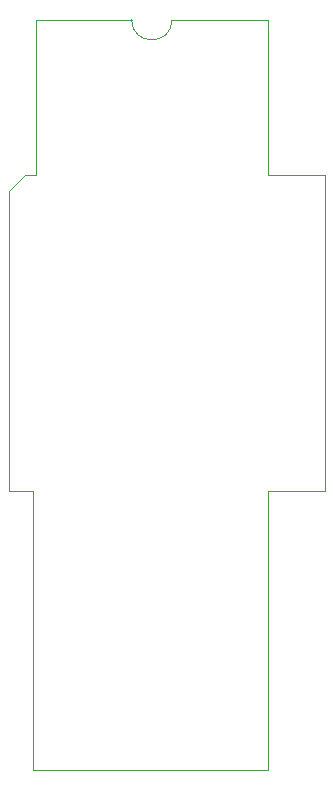
<source format=gm1>
G04 #@! TF.GenerationSoftware,KiCad,Pcbnew,(5.1.6-0)*
G04 #@! TF.CreationDate,2023-03-04T21:55:24+01:00*
G04 #@! TF.ProjectId,PaulaAdapter,5061756c-6141-4646-9170-7465722e6b69,rev?*
G04 #@! TF.SameCoordinates,Original*
G04 #@! TF.FileFunction,Profile,NP*
%FSLAX46Y46*%
G04 Gerber Fmt 4.6, Leading zero omitted, Abs format (unit mm)*
G04 Created by KiCad (PCBNEW (5.1.6-0)) date 2023-03-04 21:55:24*
%MOMM*%
%LPD*%
G01*
G04 APERTURE LIST*
G04 #@! TA.AperFunction,Profile*
%ADD10C,0.100000*%
G04 #@! TD*
G04 #@! TA.AperFunction,Profile*
%ADD11C,0.050000*%
G04 #@! TD*
G04 APERTURE END LIST*
D10*
X26543000Y-41084500D02*
X27495500Y-41084500D01*
X38989000Y-27940000D02*
X47117000Y-27940000D01*
D11*
X38989000Y-27940000D02*
G75*
G02*
X35560000Y-27940000I-1714500J0D01*
G01*
D10*
X47117000Y-27940000D02*
X47117000Y-41084500D01*
X27495500Y-27940000D02*
X35560000Y-27940000D01*
X27495500Y-41084500D02*
X27495500Y-27940000D01*
X25146000Y-42418000D02*
X26543000Y-41084500D01*
X25146000Y-67881500D02*
X25146000Y-42418000D01*
X27241500Y-67881500D02*
X25146000Y-67881500D01*
X27241500Y-91440000D02*
X27241500Y-67881500D01*
X47117000Y-91440000D02*
X27241500Y-91440000D01*
X47117000Y-67881500D02*
X47117000Y-91440000D01*
X51943000Y-67881500D02*
X47117000Y-67881500D01*
X51943000Y-41084500D02*
X51943000Y-67881500D01*
X47117000Y-41084500D02*
X51943000Y-41084500D01*
M02*

</source>
